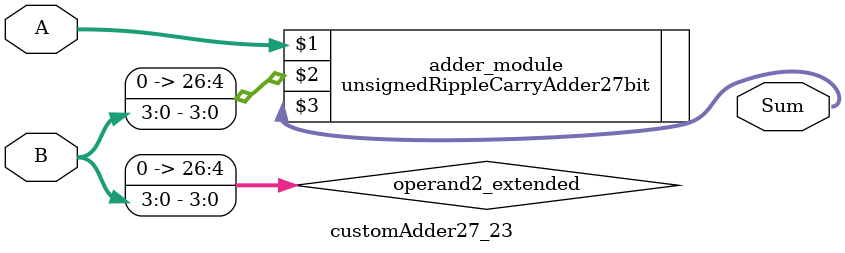
<source format=v>

module customAdder27_23(
                    input [26 : 0] A,
                    input [3 : 0] B,
                    
                    output [27 : 0] Sum
            );

    wire [26 : 0] operand2_extended;
    
    assign operand2_extended =  {23'b0, B};
    
    unsignedRippleCarryAdder27bit adder_module(
        A,
        operand2_extended,
        Sum
    );
    
endmodule
        
</source>
